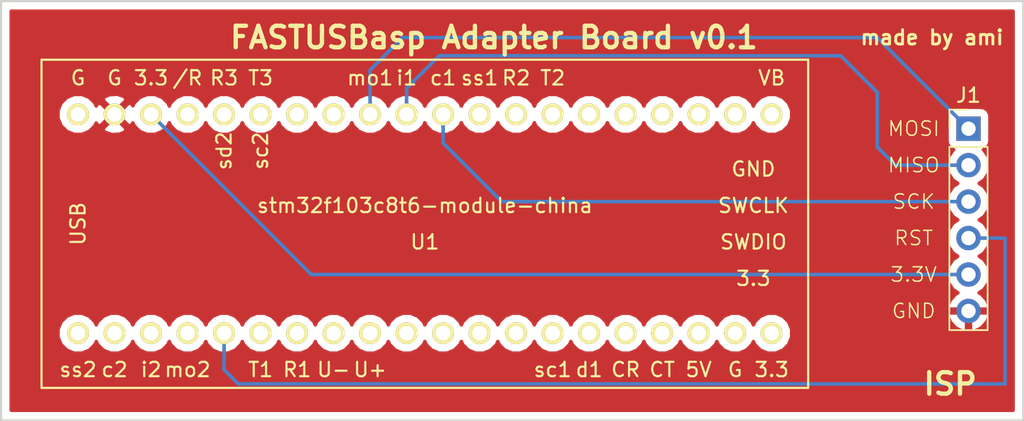
<source format=kicad_pcb>
(kicad_pcb (version 4) (host pcbnew 4.0.6)

  (general
    (links 6)
    (no_connects 0)
    (area 153.594999 102.794999 226.013334 132.155001)
    (thickness 1.6)
    (drawings 13)
    (tracks 25)
    (zones 0)
    (modules 2)
    (nets 41)
  )

  (page A4)
  (title_block
    (title "FASTUSBasp Adapter Board")
    (date 2017-04-16)
    (rev 0.1)
    (company "Amitesh Singh")
  )

  (layers
    (0 F.Cu signal)
    (31 B.Cu signal)
    (32 B.Adhes user)
    (33 F.Adhes user)
    (34 B.Paste user)
    (35 F.Paste user)
    (36 B.SilkS user)
    (37 F.SilkS user)
    (38 B.Mask user)
    (39 F.Mask user)
    (40 Dwgs.User user)
    (41 Cmts.User user)
    (42 Eco1.User user)
    (43 Eco2.User user)
    (44 Edge.Cuts user)
    (45 Margin user)
    (46 B.CrtYd user)
    (47 F.CrtYd user)
    (48 B.Fab user)
    (49 F.Fab user)
  )

  (setup
    (last_trace_width 0.25)
    (trace_clearance 0.2)
    (zone_clearance 0.508)
    (zone_45_only no)
    (trace_min 0.2)
    (segment_width 0.2)
    (edge_width 0.15)
    (via_size 0.6)
    (via_drill 0.4)
    (via_min_size 0.4)
    (via_min_drill 0.3)
    (uvia_size 0.3)
    (uvia_drill 0.1)
    (uvias_allowed no)
    (uvia_min_size 0.2)
    (uvia_min_drill 0.1)
    (pcb_text_width 0.3)
    (pcb_text_size 1.5 1.5)
    (mod_edge_width 0.15)
    (mod_text_size 1 1)
    (mod_text_width 0.15)
    (pad_size 1.524 1.524)
    (pad_drill 0.762)
    (pad_to_mask_clearance 0.2)
    (aux_axis_origin 0 0)
    (visible_elements FFFFFF7F)
    (pcbplotparams
      (layerselection 0x010f0_80000001)
      (usegerberextensions true)
      (excludeedgelayer true)
      (linewidth 0.100000)
      (plotframeref false)
      (viasonmask false)
      (mode 1)
      (useauxorigin false)
      (hpglpennumber 1)
      (hpglpenspeed 20)
      (hpglpendiameter 15)
      (hpglpenoverlay 2)
      (psnegative false)
      (psa4output false)
      (plotreference true)
      (plotvalue true)
      (plotinvisibletext false)
      (padsonsilk false)
      (subtractmaskfromsilk false)
      (outputformat 1)
      (mirror false)
      (drillshape 0)
      (scaleselection 1)
      (outputdirectory /home/ami/repos/FASTUSBasp/kicad/gerber/))
  )

  (net 0 "")
  (net 1 "Net-(U1-Pad1)")
  (net 2 "Net-(U1-Pad2)")
  (net 3 "Net-(U1-Pad3)")
  (net 4 "Net-(U1-Pad4)")
  (net 5 "Net-(U1-Pad6)")
  (net 6 "Net-(U1-Pad7)")
  (net 7 "Net-(U1-Pad8)")
  (net 8 "Net-(U1-Pad9)")
  (net 9 "Net-(U1-Pad10)")
  (net 10 "Net-(U1-Pad11)")
  (net 11 "Net-(U1-Pad12)")
  (net 12 "Net-(U1-Pad13)")
  (net 13 "Net-(U1-Pad14)")
  (net 14 "Net-(U1-Pad15)")
  (net 15 "Net-(U1-Pad16)")
  (net 16 "Net-(U1-Pad17)")
  (net 17 "Net-(U1-Pad18)")
  (net 18 "Net-(U1-Pad19)")
  (net 19 "Net-(U1-Pad20)")
  (net 20 "Net-(U1-Pad21)")
  (net 21 "Net-(U1-Pad22)")
  (net 22 "Net-(U1-Pad23)")
  (net 23 "Net-(U1-Pad24)")
  (net 24 "Net-(U1-Pad25)")
  (net 25 "Net-(U1-Pad26)")
  (net 26 "Net-(U1-Pad27)")
  (net 27 "Net-(U1-Pad28)")
  (net 28 "Net-(U1-Pad29)")
  (net 29 "Net-(U1-Pad33)")
  (net 30 "Net-(U1-Pad34)")
  (net 31 "Net-(U1-Pad35)")
  (net 32 "Net-(U1-Pad36)")
  (net 33 "Net-(U1-Pad37)")
  (net 34 "Net-(U1-Pad40)")
  (net 35 /MOSI)
  (net 36 /MISO)
  (net 37 /SCK)
  (net 38 /RST)
  (net 39 /Vcc_3.3v)
  (net 40 /GND)

  (net_class Default "This is the default net class."
    (clearance 0.2)
    (trace_width 0.25)
    (via_dia 0.6)
    (via_drill 0.4)
    (uvia_dia 0.3)
    (uvia_drill 0.1)
    (add_net /GND)
    (add_net /MISO)
    (add_net /MOSI)
    (add_net /RST)
    (add_net /SCK)
    (add_net /Vcc_3.3v)
    (add_net "Net-(U1-Pad1)")
    (add_net "Net-(U1-Pad10)")
    (add_net "Net-(U1-Pad11)")
    (add_net "Net-(U1-Pad12)")
    (add_net "Net-(U1-Pad13)")
    (add_net "Net-(U1-Pad14)")
    (add_net "Net-(U1-Pad15)")
    (add_net "Net-(U1-Pad16)")
    (add_net "Net-(U1-Pad17)")
    (add_net "Net-(U1-Pad18)")
    (add_net "Net-(U1-Pad19)")
    (add_net "Net-(U1-Pad2)")
    (add_net "Net-(U1-Pad20)")
    (add_net "Net-(U1-Pad21)")
    (add_net "Net-(U1-Pad22)")
    (add_net "Net-(U1-Pad23)")
    (add_net "Net-(U1-Pad24)")
    (add_net "Net-(U1-Pad25)")
    (add_net "Net-(U1-Pad26)")
    (add_net "Net-(U1-Pad27)")
    (add_net "Net-(U1-Pad28)")
    (add_net "Net-(U1-Pad29)")
    (add_net "Net-(U1-Pad3)")
    (add_net "Net-(U1-Pad33)")
    (add_net "Net-(U1-Pad34)")
    (add_net "Net-(U1-Pad35)")
    (add_net "Net-(U1-Pad36)")
    (add_net "Net-(U1-Pad37)")
    (add_net "Net-(U1-Pad4)")
    (add_net "Net-(U1-Pad40)")
    (add_net "Net-(U1-Pad6)")
    (add_net "Net-(U1-Pad7)")
    (add_net "Net-(U1-Pad8)")
    (add_net "Net-(U1-Pad9)")
  )

  (module myelin-kicad:stm32f103c8t6-module-china (layer F.Cu) (tedit 5712CDA9) (tstamp 58F350DD)
    (at 183.155001 118.385001)
    (path /58F3343D)
    (fp_text reference U1 (at 0 1.27) (layer F.SilkS)
      (effects (font (size 1 1) (thickness 0.15)))
    )
    (fp_text value stm32f103c8t6-module-china (at 0 -1.27) (layer F.SilkS)
      (effects (font (size 1 1) (thickness 0.15)))
    )
    (fp_text user sc2 (at -11.43 -5.08 90) (layer F.SilkS)
      (effects (font (size 1 1) (thickness 0.15)))
    )
    (fp_text user sd2 (at -13.97 -5.08 90) (layer F.SilkS)
      (effects (font (size 1 1) (thickness 0.15)))
    )
    (fp_text user mo2 (at -16.51 10.16) (layer F.SilkS)
      (effects (font (size 1 1) (thickness 0.15)))
    )
    (fp_text user i2 (at -19.05 10.16) (layer F.SilkS)
      (effects (font (size 1 1) (thickness 0.15)))
    )
    (fp_text user c2 (at -21.59 10.16) (layer F.SilkS)
      (effects (font (size 1 1) (thickness 0.15)))
    )
    (fp_text user ss2 (at -24.13 10.16) (layer F.SilkS)
      (effects (font (size 1 1) (thickness 0.15)))
    )
    (fp_text user d1 (at 11.43 10.16) (layer F.SilkS)
      (effects (font (size 1 1) (thickness 0.15)))
    )
    (fp_text user sc1 (at 8.89 10.16) (layer F.SilkS)
      (effects (font (size 1 1) (thickness 0.15)))
    )
    (fp_text user T2 (at 8.89 -10.16) (layer F.SilkS)
      (effects (font (size 1 1) (thickness 0.15)))
    )
    (fp_text user R2 (at 6.35 -10.16) (layer F.SilkS)
      (effects (font (size 1 1) (thickness 0.15)))
    )
    (fp_text user ss1 (at 3.81 -10.16) (layer F.SilkS)
      (effects (font (size 1 1) (thickness 0.15)))
    )
    (fp_text user c1 (at 1.27 -10.16) (layer F.SilkS)
      (effects (font (size 1 1) (thickness 0.15)))
    )
    (fp_text user i1 (at -1.27 -10.16) (layer F.SilkS)
      (effects (font (size 1 1) (thickness 0.15)))
    )
    (fp_text user mo1 (at -3.81 -10.16) (layer F.SilkS)
      (effects (font (size 1 1) (thickness 0.15)))
    )
    (fp_text user T3 (at -11.43 -10.16) (layer F.SilkS)
      (effects (font (size 1 1) (thickness 0.15)))
    )
    (fp_text user R3 (at -13.97 -10.16) (layer F.SilkS)
      (effects (font (size 1 1) (thickness 0.15)))
    )
    (fp_text user CT (at 16.51 10.16) (layer F.SilkS)
      (effects (font (size 1 1) (thickness 0.15)))
    )
    (fp_text user CR (at 13.97 10.16) (layer F.SilkS)
      (effects (font (size 1 1) (thickness 0.15)))
    )
    (fp_text user U+ (at -3.81 10.16) (layer F.SilkS)
      (effects (font (size 1 1) (thickness 0.15)))
    )
    (fp_text user U- (at -6.35 10.16) (layer F.SilkS)
      (effects (font (size 1 1) (thickness 0.15)))
    )
    (fp_text user R1 (at -8.89 10.16) (layer F.SilkS)
      (effects (font (size 1 1) (thickness 0.15)))
    )
    (fp_text user T1 (at -11.43 10.16) (layer F.SilkS)
      (effects (font (size 1 1) (thickness 0.15)))
    )
    (fp_text user 3.3 (at 22.86 3.81) (layer F.SilkS)
      (effects (font (size 1 1) (thickness 0.15)))
    )
    (fp_text user SWDIO (at 22.86 1.27) (layer F.SilkS)
      (effects (font (size 1 1) (thickness 0.15)))
    )
    (fp_text user SWCLK (at 22.86 -1.27) (layer F.SilkS)
      (effects (font (size 1 1) (thickness 0.15)))
    )
    (fp_text user GND (at 22.86 -3.81) (layer F.SilkS)
      (effects (font (size 1 1) (thickness 0.15)))
    )
    (fp_text user 3.3 (at 24.13 10.16) (layer F.SilkS)
      (effects (font (size 1 1) (thickness 0.15)))
    )
    (fp_text user G (at 21.59 10.16) (layer F.SilkS)
      (effects (font (size 1 1) (thickness 0.15)))
    )
    (fp_text user /R (at -16.51 -10.16) (layer F.SilkS)
      (effects (font (size 1 1) (thickness 0.15)))
    )
    (fp_text user 3.3 (at -19.05 -10.16) (layer F.SilkS)
      (effects (font (size 1 1) (thickness 0.15)))
    )
    (fp_text user G (at -21.59 -10.16) (layer F.SilkS)
      (effects (font (size 1 1) (thickness 0.15)))
    )
    (fp_text user G (at -24.13 -10.16) (layer F.SilkS)
      (effects (font (size 1 1) (thickness 0.15)))
    )
    (fp_text user VB (at 24.13 -10.16) (layer F.SilkS)
      (effects (font (size 1 1) (thickness 0.15)))
    )
    (fp_text user 5V (at 19.05 10.16) (layer F.SilkS)
      (effects (font (size 1 1) (thickness 0.15)))
    )
    (fp_text user USB (at -24.13 0 90) (layer F.SilkS)
      (effects (font (size 1 1) (thickness 0.15)))
    )
    (fp_line (start -26.67 11.43) (end 26.67 11.43) (layer F.SilkS) (width 0.15))
    (fp_line (start 26.67 -11.43) (end -26.67 -11.43) (layer F.SilkS) (width 0.15))
    (fp_line (start 26.67 11.43) (end 26.67 -11.43) (layer F.SilkS) (width 0.15))
    (fp_line (start -26.67 -11.43) (end -26.67 11.43) (layer F.SilkS) (width 0.15))
    (pad 1 thru_hole circle (at -24.13 7.62) (size 1.524 1.524) (drill 1.016) (layers *.Cu *.Mask F.SilkS)
      (net 1 "Net-(U1-Pad1)"))
    (pad 2 thru_hole circle (at -21.59 7.62) (size 1.524 1.524) (drill 1.016) (layers *.Cu *.Mask F.SilkS)
      (net 2 "Net-(U1-Pad2)"))
    (pad 3 thru_hole circle (at -19.05 7.62) (size 1.524 1.524) (drill 1.016) (layers *.Cu *.Mask F.SilkS)
      (net 3 "Net-(U1-Pad3)"))
    (pad 4 thru_hole circle (at -16.51 7.62) (size 1.524 1.524) (drill 1.016) (layers *.Cu *.Mask F.SilkS)
      (net 4 "Net-(U1-Pad4)"))
    (pad 5 thru_hole circle (at -13.97 7.62) (size 1.524 1.524) (drill 1.016) (layers *.Cu *.Mask F.SilkS)
      (net 38 /RST))
    (pad 6 thru_hole circle (at -11.43 7.62) (size 1.524 1.524) (drill 1.016) (layers *.Cu *.Mask F.SilkS)
      (net 5 "Net-(U1-Pad6)"))
    (pad 7 thru_hole circle (at -8.89 7.62) (size 1.524 1.524) (drill 1.016) (layers *.Cu *.Mask F.SilkS)
      (net 6 "Net-(U1-Pad7)"))
    (pad 8 thru_hole circle (at -6.35 7.62) (size 1.524 1.524) (drill 1.016) (layers *.Cu *.Mask F.SilkS)
      (net 7 "Net-(U1-Pad8)"))
    (pad 9 thru_hole circle (at -3.81 7.62) (size 1.524 1.524) (drill 1.016) (layers *.Cu *.Mask F.SilkS)
      (net 8 "Net-(U1-Pad9)"))
    (pad 10 thru_hole circle (at -1.27 7.62) (size 1.524 1.524) (drill 1.016) (layers *.Cu *.Mask F.SilkS)
      (net 9 "Net-(U1-Pad10)"))
    (pad 11 thru_hole circle (at 1.27 7.62) (size 1.524 1.524) (drill 1.016) (layers *.Cu *.Mask F.SilkS)
      (net 10 "Net-(U1-Pad11)"))
    (pad 12 thru_hole circle (at 3.81 7.62) (size 1.524 1.524) (drill 1.016) (layers *.Cu *.Mask F.SilkS)
      (net 11 "Net-(U1-Pad12)"))
    (pad 13 thru_hole circle (at 6.35 7.62) (size 1.524 1.524) (drill 1.016) (layers *.Cu *.Mask F.SilkS)
      (net 12 "Net-(U1-Pad13)"))
    (pad 14 thru_hole circle (at 8.89 7.62) (size 1.524 1.524) (drill 1.016) (layers *.Cu *.Mask F.SilkS)
      (net 13 "Net-(U1-Pad14)"))
    (pad 15 thru_hole circle (at 11.43 7.62) (size 1.524 1.524) (drill 1.016) (layers *.Cu *.Mask F.SilkS)
      (net 14 "Net-(U1-Pad15)"))
    (pad 16 thru_hole circle (at 13.97 7.62) (size 1.524 1.524) (drill 1.016) (layers *.Cu *.Mask F.SilkS)
      (net 15 "Net-(U1-Pad16)"))
    (pad 17 thru_hole circle (at 16.51 7.62) (size 1.524 1.524) (drill 1.016) (layers *.Cu *.Mask F.SilkS)
      (net 16 "Net-(U1-Pad17)"))
    (pad 18 thru_hole circle (at 19.05 7.62) (size 1.524 1.524) (drill 1.016) (layers *.Cu *.Mask F.SilkS)
      (net 17 "Net-(U1-Pad18)"))
    (pad 19 thru_hole circle (at 21.59 7.62) (size 1.524 1.524) (drill 1.016) (layers *.Cu *.Mask F.SilkS)
      (net 18 "Net-(U1-Pad19)"))
    (pad 20 thru_hole circle (at 24.13 7.62) (size 1.524 1.524) (drill 1.016) (layers *.Cu *.Mask F.SilkS)
      (net 19 "Net-(U1-Pad20)"))
    (pad 21 thru_hole circle (at 24.13 -7.62) (size 1.524 1.524) (drill 1.016) (layers *.Cu *.Mask F.SilkS)
      (net 20 "Net-(U1-Pad21)"))
    (pad 22 thru_hole circle (at 21.59 -7.62) (size 1.524 1.524) (drill 1.016) (layers *.Cu *.Mask F.SilkS)
      (net 21 "Net-(U1-Pad22)"))
    (pad 23 thru_hole circle (at 19.05 -7.62) (size 1.524 1.524) (drill 1.016) (layers *.Cu *.Mask F.SilkS)
      (net 22 "Net-(U1-Pad23)"))
    (pad 24 thru_hole circle (at 16.51 -7.62) (size 1.524 1.524) (drill 1.016) (layers *.Cu *.Mask F.SilkS)
      (net 23 "Net-(U1-Pad24)"))
    (pad 25 thru_hole circle (at 13.97 -7.62) (size 1.524 1.524) (drill 1.016) (layers *.Cu *.Mask F.SilkS)
      (net 24 "Net-(U1-Pad25)"))
    (pad 26 thru_hole circle (at 11.43 -7.62) (size 1.524 1.524) (drill 1.016) (layers *.Cu *.Mask F.SilkS)
      (net 25 "Net-(U1-Pad26)"))
    (pad 27 thru_hole circle (at 8.89 -7.62) (size 1.524 1.524) (drill 1.016) (layers *.Cu *.Mask F.SilkS)
      (net 26 "Net-(U1-Pad27)"))
    (pad 28 thru_hole circle (at 6.35 -7.62) (size 1.524 1.524) (drill 1.016) (layers *.Cu *.Mask F.SilkS)
      (net 27 "Net-(U1-Pad28)"))
    (pad 29 thru_hole circle (at 3.81 -7.62) (size 1.524 1.524) (drill 1.016) (layers *.Cu *.Mask F.SilkS)
      (net 28 "Net-(U1-Pad29)"))
    (pad 30 thru_hole circle (at 1.27 -7.62) (size 1.524 1.524) (drill 1.016) (layers *.Cu *.Mask F.SilkS)
      (net 37 /SCK))
    (pad 31 thru_hole circle (at -1.27 -7.62) (size 1.524 1.524) (drill 1.016) (layers *.Cu *.Mask F.SilkS)
      (net 36 /MISO))
    (pad 32 thru_hole circle (at -3.81 -7.62) (size 1.524 1.524) (drill 1.016) (layers *.Cu *.Mask F.SilkS)
      (net 35 /MOSI))
    (pad 33 thru_hole circle (at -6.35 -7.62) (size 1.524 1.524) (drill 1.016) (layers *.Cu *.Mask F.SilkS)
      (net 29 "Net-(U1-Pad33)"))
    (pad 34 thru_hole circle (at -8.89 -7.62) (size 1.524 1.524) (drill 1.016) (layers *.Cu *.Mask F.SilkS)
      (net 30 "Net-(U1-Pad34)"))
    (pad 35 thru_hole circle (at -11.43 -7.62) (size 1.524 1.524) (drill 1.016) (layers *.Cu *.Mask F.SilkS)
      (net 31 "Net-(U1-Pad35)"))
    (pad 36 thru_hole circle (at -13.97 -7.62) (size 1.524 1.524) (drill 1.016) (layers *.Cu *.Mask F.SilkS)
      (net 32 "Net-(U1-Pad36)"))
    (pad 37 thru_hole circle (at -16.51 -7.62) (size 1.524 1.524) (drill 1.016) (layers *.Cu *.Mask F.SilkS)
      (net 33 "Net-(U1-Pad37)"))
    (pad 38 thru_hole circle (at -19.05 -7.62) (size 1.524 1.524) (drill 1.016) (layers *.Cu *.Mask F.SilkS)
      (net 39 /Vcc_3.3v))
    (pad 39 thru_hole circle (at -21.59 -7.62) (size 1.524 1.524) (drill 1.016) (layers *.Cu *.Mask F.SilkS)
      (net 40 /GND))
    (pad 40 thru_hole circle (at -24.13 -7.62) (size 1.524 1.524) (drill 1.016) (layers *.Cu *.Mask F.SilkS)
      (net 34 "Net-(U1-Pad40)"))
  )

  (module Pin_Headers:Pin_Header_Straight_1x06_Pitch2.54mm (layer F.Cu) (tedit 58F3541D) (tstamp 58F3508A)
    (at 220.98 111.76)
    (descr "Through hole straight pin header, 1x06, 2.54mm pitch, single row")
    (tags "Through hole pin header THT 1x06 2.54mm single row")
    (path /58F33714)
    (fp_text reference J1 (at 0 -2.33) (layer F.SilkS)
      (effects (font (size 1 1) (thickness 0.15)))
    )
    (fp_text value CONN_01X06 (at 0 15.03) (layer F.Fab) hide
      (effects (font (size 1 1) (thickness 0.15)))
    )
    (fp_line (start -1.27 -1.27) (end -1.27 13.97) (layer F.Fab) (width 0.1))
    (fp_line (start -1.27 13.97) (end 1.27 13.97) (layer F.Fab) (width 0.1))
    (fp_line (start 1.27 13.97) (end 1.27 -1.27) (layer F.Fab) (width 0.1))
    (fp_line (start 1.27 -1.27) (end -1.27 -1.27) (layer F.Fab) (width 0.1))
    (fp_line (start -1.33 1.27) (end -1.33 14.03) (layer F.SilkS) (width 0.12))
    (fp_line (start -1.33 14.03) (end 1.33 14.03) (layer F.SilkS) (width 0.12))
    (fp_line (start 1.33 14.03) (end 1.33 1.27) (layer F.SilkS) (width 0.12))
    (fp_line (start 1.33 1.27) (end -1.33 1.27) (layer F.SilkS) (width 0.12))
    (fp_line (start -1.33 0) (end -1.33 -1.33) (layer F.SilkS) (width 0.12))
    (fp_line (start -1.33 -1.33) (end 0 -1.33) (layer F.SilkS) (width 0.12))
    (fp_line (start -1.8 -1.8) (end -1.8 14.5) (layer F.CrtYd) (width 0.05))
    (fp_line (start -1.8 14.5) (end 1.8 14.5) (layer F.CrtYd) (width 0.05))
    (fp_line (start 1.8 14.5) (end 1.8 -1.8) (layer F.CrtYd) (width 0.05))
    (fp_line (start 1.8 -1.8) (end -1.8 -1.8) (layer F.CrtYd) (width 0.05))
    (fp_text user %R (at 0 -2.33) (layer F.Fab)
      (effects (font (size 1 1) (thickness 0.15)))
    )
    (pad 1 thru_hole rect (at 0 0) (size 1.7 1.7) (drill 1) (layers *.Cu *.Mask)
      (net 35 /MOSI))
    (pad 2 thru_hole oval (at 0 2.54) (size 1.7 1.7) (drill 1) (layers *.Cu *.Mask)
      (net 36 /MISO))
    (pad 3 thru_hole oval (at 0 5.08) (size 1.7 1.7) (drill 1) (layers *.Cu *.Mask)
      (net 37 /SCK))
    (pad 4 thru_hole oval (at 0 7.62) (size 1.7 1.7) (drill 1) (layers *.Cu *.Mask)
      (net 38 /RST))
    (pad 5 thru_hole oval (at 0 10.16) (size 1.7 1.7) (drill 1) (layers *.Cu *.Mask)
      (net 39 /Vcc_3.3v))
    (pad 6 thru_hole oval (at 0 12.7) (size 1.7 1.7) (drill 1) (layers *.Cu *.Mask)
      (net 40 /GND))
    (model ${KISYS3DMOD}/Pin_Headers.3dshapes/Pin_Header_Straight_1x06_Pitch2.54mm.wrl
      (at (xyz 0 -0.25 0))
      (scale (xyz 1 1 1))
      (rotate (xyz 0 0 90))
    )
  )

  (gr_text "made by ami" (at 218.44 105.41) (layer F.SilkS)
    (effects (font (size 1 1) (thickness 0.2)))
  )
  (gr_text "FASTUSBasp Adapter Board v0.1" (at 187.96 105.41) (layer F.SilkS)
    (effects (font (size 1.5 1.5) (thickness 0.3)))
  )
  (gr_text GND (at 217.17 124.46) (layer F.SilkS)
    (effects (font (size 1 1) (thickness 0.1)))
  )
  (gr_text 3.3V (at 217.17 121.92) (layer F.SilkS)
    (effects (font (size 1 1) (thickness 0.1)))
  )
  (gr_text RST (at 217.17 119.38) (layer F.SilkS)
    (effects (font (size 1 1) (thickness 0.1)))
  )
  (gr_text SCK (at 217.17 116.84) (layer F.SilkS)
    (effects (font (size 1 1) (thickness 0.1)))
  )
  (gr_text MISO (at 217.17 114.3) (layer F.SilkS)
    (effects (font (size 1 1) (thickness 0.1)))
  )
  (gr_text MOSI (at 217.17 111.76) (layer F.SilkS)
    (effects (font (size 1 1) (thickness 0.1)))
  )
  (gr_text ISP (at 219.71 129.54) (layer F.SilkS)
    (effects (font (size 1.5 1.5) (thickness 0.3)))
  )
  (gr_line (start 153.67 132.08) (end 153.67 102.87) (angle 90) (layer Edge.Cuts) (width 0.15))
  (gr_line (start 224.79 132.08) (end 153.67 132.08) (angle 90) (layer Edge.Cuts) (width 0.15))
  (gr_line (start 224.79 102.87) (end 224.79 132.08) (angle 90) (layer Edge.Cuts) (width 0.15))
  (gr_line (start 153.67 102.87) (end 224.79 102.87) (angle 90) (layer Edge.Cuts) (width 0.15))

  (segment (start 179.345001 110.765001) (end 179.345001 107.674999) (width 0.25) (layer B.Cu) (net 35))
  (segment (start 214.63 105.41) (end 220.98 111.76) (width 0.25) (layer B.Cu) (net 35) (tstamp 58F35678))
  (segment (start 181.61 105.41) (end 214.63 105.41) (width 0.25) (layer B.Cu) (net 35) (tstamp 58F3566A))
  (segment (start 179.345001 107.674999) (end 181.61 105.41) (width 0.25) (layer B.Cu) (net 35) (tstamp 58F35656))
  (segment (start 179.07 110.49) (end 179.345001 110.765001) (width 0.25) (layer F.Cu) (net 35) (tstamp 58F3518A) (status 80000))
  (segment (start 181.885001 110.765001) (end 181.885001 108.944999) (width 0.25) (layer B.Cu) (net 36))
  (segment (start 215.9 114.3) (end 220.98 114.3) (width 0.25) (layer B.Cu) (net 36) (tstamp 58F356A7))
  (segment (start 214.63 113.03) (end 215.9 114.3) (width 0.25) (layer B.Cu) (net 36) (tstamp 58F356A5))
  (segment (start 214.63 109.22) (end 214.63 113.03) (width 0.25) (layer B.Cu) (net 36) (tstamp 58F3569E))
  (segment (start 212.09 106.68) (end 214.63 109.22) (width 0.25) (layer B.Cu) (net 36) (tstamp 58F3569C))
  (segment (start 184.15 106.68) (end 212.09 106.68) (width 0.25) (layer B.Cu) (net 36) (tstamp 58F35695))
  (segment (start 181.885001 108.944999) (end 184.15 106.68) (width 0.25) (layer B.Cu) (net 36) (tstamp 58F3568F))
  (segment (start 184.425001 110.765001) (end 184.425001 112.754999) (width 0.25) (layer B.Cu) (net 37))
  (segment (start 188.510002 116.84) (end 220.98 116.84) (width 0.25) (layer B.Cu) (net 37) (tstamp 58F356CA))
  (segment (start 184.425001 112.754999) (end 188.510002 116.84) (width 0.25) (layer B.Cu) (net 37) (tstamp 58F356C5))
  (segment (start 169.185001 126.005001) (end 169.185001 128.545001) (width 0.25) (layer B.Cu) (net 38))
  (segment (start 223.52 119.38) (end 220.98 119.38) (width 0.25) (layer B.Cu) (net 38) (tstamp 58F3570C))
  (segment (start 223.52 129.54) (end 223.52 119.38) (width 0.25) (layer B.Cu) (net 38) (tstamp 58F35708))
  (segment (start 170.18 129.54) (end 223.52 129.54) (width 0.25) (layer B.Cu) (net 38) (tstamp 58F356FD))
  (segment (start 169.185001 128.545001) (end 170.18 129.54) (width 0.25) (layer B.Cu) (net 38) (tstamp 58F356F6))
  (segment (start 168.91 125.73) (end 169.185001 126.005001) (width 0.25) (layer B.Cu) (net 38) (tstamp 58F35189) (status 80000))
  (segment (start 220.98 121.92) (end 175.26 121.92) (width 0.25) (layer B.Cu) (net 39))
  (segment (start 175.26 121.92) (end 164.105001 110.765001) (width 0.25) (layer B.Cu) (net 39) (tstamp 58F35783))
  (segment (start 164.105001 110.765001) (end 163.83 110.49) (width 0.25) (layer B.Cu) (net 39) (status 80000))
  (segment (start 161.29 110.49) (end 161.565001 110.765001) (width 0.25) (layer B.Cu) (net 40) (tstamp 58F35188) (status 80000))

  (zone (net 40) (net_name /GND) (layer F.Cu) (tstamp 58F352FF) (hatch edge 0.508)
    (connect_pads (clearance 0.508))
    (min_thickness 0.254)
    (fill yes (arc_segments 16) (thermal_gap 0.508) (thermal_bridge_width 0.508))
    (polygon
      (pts
        (xy 224.79 102.87) (xy 224.79 132.08) (xy 153.67 132.08) (xy 153.67 102.87)
      )
    )
    (filled_polygon
      (pts
        (xy 224.08 131.37) (xy 154.38 131.37) (xy 154.38 126.281662) (xy 157.627759 126.281662) (xy 157.839991 126.795304)
        (xy 158.232631 127.18863) (xy 158.745901 127.401758) (xy 159.301662 127.402243) (xy 159.815304 127.190011) (xy 160.20863 126.797371)
        (xy 160.29495 126.589489) (xy 160.379991 126.795304) (xy 160.772631 127.18863) (xy 161.285901 127.401758) (xy 161.841662 127.402243)
        (xy 162.355304 127.190011) (xy 162.74863 126.797371) (xy 162.83495 126.589489) (xy 162.919991 126.795304) (xy 163.312631 127.18863)
        (xy 163.825901 127.401758) (xy 164.381662 127.402243) (xy 164.895304 127.190011) (xy 165.28863 126.797371) (xy 165.37495 126.589489)
        (xy 165.459991 126.795304) (xy 165.852631 127.18863) (xy 166.365901 127.401758) (xy 166.921662 127.402243) (xy 167.435304 127.190011)
        (xy 167.82863 126.797371) (xy 167.91495 126.589489) (xy 167.999991 126.795304) (xy 168.392631 127.18863) (xy 168.905901 127.401758)
        (xy 169.461662 127.402243) (xy 169.975304 127.190011) (xy 170.36863 126.797371) (xy 170.45495 126.589489) (xy 170.539991 126.795304)
        (xy 170.932631 127.18863) (xy 171.445901 127.401758) (xy 172.001662 127.402243) (xy 172.515304 127.190011) (xy 172.90863 126.797371)
        (xy 172.99495 126.589489) (xy 173.079991 126.795304) (xy 173.472631 127.18863) (xy 173.985901 127.401758) (xy 174.541662 127.402243)
        (xy 175.055304 127.190011) (xy 175.44863 126.797371) (xy 175.53495 126.589489) (xy 175.619991 126.795304) (xy 176.012631 127.18863)
        (xy 176.525901 127.401758) (xy 177.081662 127.402243) (xy 177.595304 127.190011) (xy 177.98863 126.797371) (xy 178.07495 126.589489)
        (xy 178.159991 126.795304) (xy 178.552631 127.18863) (xy 179.065901 127.401758) (xy 179.621662 127.402243) (xy 180.135304 127.190011)
        (xy 180.52863 126.797371) (xy 180.61495 126.589489) (xy 180.699991 126.795304) (xy 181.092631 127.18863) (xy 181.605901 127.401758)
        (xy 182.161662 127.402243) (xy 182.675304 127.190011) (xy 183.06863 126.797371) (xy 183.15495 126.589489) (xy 183.239991 126.795304)
        (xy 183.632631 127.18863) (xy 184.145901 127.401758) (xy 184.701662 127.402243) (xy 185.215304 127.190011) (xy 185.60863 126.797371)
        (xy 185.69495 126.589489) (xy 185.779991 126.795304) (xy 186.172631 127.18863) (xy 186.685901 127.401758) (xy 187.241662 127.402243)
        (xy 187.755304 127.190011) (xy 188.14863 126.797371) (xy 188.23495 126.589489) (xy 188.319991 126.795304) (xy 188.712631 127.18863)
        (xy 189.225901 127.401758) (xy 189.781662 127.402243) (xy 190.295304 127.190011) (xy 190.68863 126.797371) (xy 190.77495 126.589489)
        (xy 190.859991 126.795304) (xy 191.252631 127.18863) (xy 191.765901 127.401758) (xy 192.321662 127.402243) (xy 192.835304 127.190011)
        (xy 193.22863 126.797371) (xy 193.31495 126.589489) (xy 193.399991 126.795304) (xy 193.792631 127.18863) (xy 194.305901 127.401758)
        (xy 194.861662 127.402243) (xy 195.375304 127.190011) (xy 195.76863 126.797371) (xy 195.85495 126.589489) (xy 195.939991 126.795304)
        (xy 196.332631 127.18863) (xy 196.845901 127.401758) (xy 197.401662 127.402243) (xy 197.915304 127.190011) (xy 198.30863 126.797371)
        (xy 198.39495 126.589489) (xy 198.479991 126.795304) (xy 198.872631 127.18863) (xy 199.385901 127.401758) (xy 199.941662 127.402243)
        (xy 200.455304 127.190011) (xy 200.84863 126.797371) (xy 200.93495 126.589489) (xy 201.019991 126.795304) (xy 201.412631 127.18863)
        (xy 201.925901 127.401758) (xy 202.481662 127.402243) (xy 202.995304 127.190011) (xy 203.38863 126.797371) (xy 203.47495 126.589489)
        (xy 203.559991 126.795304) (xy 203.952631 127.18863) (xy 204.465901 127.401758) (xy 205.021662 127.402243) (xy 205.535304 127.190011)
        (xy 205.92863 126.797371) (xy 206.01495 126.589489) (xy 206.099991 126.795304) (xy 206.492631 127.18863) (xy 207.005901 127.401758)
        (xy 207.561662 127.402243) (xy 208.075304 127.190011) (xy 208.46863 126.797371) (xy 208.681758 126.284101) (xy 208.682243 125.72834)
        (xy 208.470011 125.214698) (xy 208.077371 124.821372) (xy 208.066578 124.81689) (xy 219.538524 124.81689) (xy 219.708355 125.226924)
        (xy 220.098642 125.655183) (xy 220.623108 125.901486) (xy 220.853 125.780819) (xy 220.853 124.587) (xy 221.107 124.587)
        (xy 221.107 125.780819) (xy 221.336892 125.901486) (xy 221.861358 125.655183) (xy 222.251645 125.226924) (xy 222.421476 124.81689)
        (xy 222.300155 124.587) (xy 221.107 124.587) (xy 220.853 124.587) (xy 219.659845 124.587) (xy 219.538524 124.81689)
        (xy 208.066578 124.81689) (xy 207.564101 124.608244) (xy 207.00834 124.607759) (xy 206.494698 124.819991) (xy 206.101372 125.212631)
        (xy 206.015052 125.420513) (xy 205.930011 125.214698) (xy 205.537371 124.821372) (xy 205.024101 124.608244) (xy 204.46834 124.607759)
        (xy 203.954698 124.819991) (xy 203.561372 125.212631) (xy 203.475052 125.420513) (xy 203.390011 125.214698) (xy 202.997371 124.821372)
        (xy 202.484101 124.608244) (xy 201.92834 124.607759) (xy 201.414698 124.819991) (xy 201.021372 125.212631) (xy 200.935052 125.420513)
        (xy 200.850011 125.214698) (xy 200.457371 124.821372) (xy 199.944101 124.608244) (xy 199.38834 124.607759) (xy 198.874698 124.819991)
        (xy 198.481372 125.212631) (xy 198.395052 125.420513) (xy 198.310011 125.214698) (xy 197.917371 124.821372) (xy 197.404101 124.608244)
        (xy 196.84834 124.607759) (xy 196.334698 124.819991) (xy 195.941372 125.212631) (xy 195.855052 125.420513) (xy 195.770011 125.214698)
        (xy 195.377371 124.821372) (xy 194.864101 124.608244) (xy 194.30834 124.607759) (xy 193.794698 124.819991) (xy 193.401372 125.212631)
        (xy 193.315052 125.420513) (xy 193.230011 125.214698) (xy 192.837371 124.821372) (xy 192.324101 124.608244) (xy 191.76834 124.607759)
        (xy 191.254698 124.819991) (xy 190.861372 125.212631) (xy 190.775052 125.420513) (xy 190.690011 125.214698) (xy 190.297371 124.821372)
        (xy 189.784101 124.608244) (xy 189.22834 124.607759) (xy 188.714698 124.819991) (xy 188.321372 125.212631) (xy 188.235052 125.420513)
        (xy 188.150011 125.214698) (xy 187.757371 124.821372) (xy 187.244101 124.608244) (xy 186.68834 124.607759) (xy 186.174698 124.819991)
        (xy 185.781372 125.212631) (xy 185.695052 125.420513) (xy 185.610011 125.214698) (xy 185.217371 124.821372) (xy 184.704101 124.608244)
        (xy 184.14834 124.607759) (xy 183.634698 124.819991) (xy 183.241372 125.212631) (xy 183.155052 125.420513) (xy 183.070011 125.214698)
        (xy 182.677371 124.821372) (xy 182.164101 124.608244) (xy 181.60834 124.607759) (xy 181.094698 124.819991) (xy 180.701372 125.212631)
        (xy 180.615052 125.420513) (xy 180.530011 125.214698) (xy 180.137371 124.821372) (xy 179.624101 124.608244) (xy 179.06834 124.607759)
        (xy 178.554698 124.819991) (xy 178.161372 125.212631) (xy 178.075052 125.420513) (xy 177.990011 125.214698) (xy 177.597371 124.821372)
        (xy 177.084101 124.608244) (xy 176.52834 124.607759) (xy 176.014698 124.819991) (xy 175.621372 125.212631) (xy 175.535052 125.420513)
        (xy 175.450011 125.214698) (xy 175.057371 124.821372) (xy 174.544101 124.608244) (xy 173.98834 124.607759) (xy 173.474698 124.819991)
        (xy 173.081372 125.212631) (xy 172.995052 125.420513) (xy 172.910011 125.214698) (xy 172.517371 124.821372) (xy 172.004101 124.608244)
        (xy 171.44834 124.607759) (xy 170.934698 124.819991) (xy 170.541372 125.212631) (xy 170.455052 125.420513) (xy 170.370011 125.214698)
        (xy 169.977371 124.821372) (xy 169.464101 124.608244) (xy 168.90834 124.607759) (xy 168.394698 124.819991) (xy 168.001372 125.212631)
        (xy 167.915052 125.420513) (xy 167.830011 125.214698) (xy 167.437371 124.821372) (xy 166.924101 124.608244) (xy 166.36834 124.607759)
        (xy 165.854698 124.819991) (xy 165.461372 125.212631) (xy 165.375052 125.420513) (xy 165.290011 125.214698) (xy 164.897371 124.821372)
        (xy 164.384101 124.608244) (xy 163.82834 124.607759) (xy 163.314698 124.819991) (xy 162.921372 125.212631) (xy 162.835052 125.420513)
        (xy 162.750011 125.214698) (xy 162.357371 124.821372) (xy 161.844101 124.608244) (xy 161.28834 124.607759) (xy 160.774698 124.819991)
        (xy 160.381372 125.212631) (xy 160.295052 125.420513) (xy 160.210011 125.214698) (xy 159.817371 124.821372) (xy 159.304101 124.608244)
        (xy 158.74834 124.607759) (xy 158.234698 124.819991) (xy 157.841372 125.212631) (xy 157.628244 125.725901) (xy 157.627759 126.281662)
        (xy 154.38 126.281662) (xy 154.38 114.3) (xy 219.465907 114.3) (xy 219.578946 114.868285) (xy 219.900853 115.350054)
        (xy 220.230026 115.57) (xy 219.900853 115.789946) (xy 219.578946 116.271715) (xy 219.465907 116.84) (xy 219.578946 117.408285)
        (xy 219.900853 117.890054) (xy 220.230026 118.11) (xy 219.900853 118.329946) (xy 219.578946 118.811715) (xy 219.465907 119.38)
        (xy 219.578946 119.948285) (xy 219.900853 120.430054) (xy 220.230026 120.65) (xy 219.900853 120.869946) (xy 219.578946 121.351715)
        (xy 219.465907 121.92) (xy 219.578946 122.488285) (xy 219.900853 122.970054) (xy 220.241553 123.197702) (xy 220.098642 123.264817)
        (xy 219.708355 123.693076) (xy 219.538524 124.10311) (xy 219.659845 124.333) (xy 220.853 124.333) (xy 220.853 124.313)
        (xy 221.107 124.313) (xy 221.107 124.333) (xy 222.300155 124.333) (xy 222.421476 124.10311) (xy 222.251645 123.693076)
        (xy 221.861358 123.264817) (xy 221.718447 123.197702) (xy 222.059147 122.970054) (xy 222.381054 122.488285) (xy 222.494093 121.92)
        (xy 222.381054 121.351715) (xy 222.059147 120.869946) (xy 221.729974 120.65) (xy 222.059147 120.430054) (xy 222.381054 119.948285)
        (xy 222.494093 119.38) (xy 222.381054 118.811715) (xy 222.059147 118.329946) (xy 221.729974 118.11) (xy 222.059147 117.890054)
        (xy 222.381054 117.408285) (xy 222.494093 116.84) (xy 222.381054 116.271715) (xy 222.059147 115.789946) (xy 221.729974 115.57)
        (xy 222.059147 115.350054) (xy 222.381054 114.868285) (xy 222.494093 114.3) (xy 222.381054 113.731715) (xy 222.059147 113.249946)
        (xy 222.017548 113.22215) (xy 222.065317 113.213162) (xy 222.281441 113.07409) (xy 222.426431 112.86189) (xy 222.47744 112.61)
        (xy 222.47744 110.91) (xy 222.433162 110.674683) (xy 222.29409 110.458559) (xy 222.08189 110.313569) (xy 221.83 110.26256)
        (xy 220.13 110.26256) (xy 219.894683 110.306838) (xy 219.678559 110.44591) (xy 219.533569 110.65811) (xy 219.48256 110.91)
        (xy 219.48256 112.61) (xy 219.526838 112.845317) (xy 219.66591 113.061441) (xy 219.87811 113.206431) (xy 219.945541 113.220086)
        (xy 219.900853 113.249946) (xy 219.578946 113.731715) (xy 219.465907 114.3) (xy 154.38 114.3) (xy 154.38 111.041662)
        (xy 157.627759 111.041662) (xy 157.839991 111.555304) (xy 158.232631 111.94863) (xy 158.745901 112.161758) (xy 159.301662 112.162243)
        (xy 159.815304 111.950011) (xy 160.020458 111.745214) (xy 160.764393 111.745214) (xy 160.833858 111.987398) (xy 161.357303 112.174145)
        (xy 161.912369 112.146363) (xy 162.296144 111.987398) (xy 162.365609 111.745214) (xy 161.565001 110.944606) (xy 160.764393 111.745214)
        (xy 160.020458 111.745214) (xy 160.20863 111.557371) (xy 160.288396 111.365274) (xy 160.342604 111.496144) (xy 160.584788 111.565609)
        (xy 161.385396 110.765001) (xy 161.744606 110.765001) (xy 162.545214 111.565609) (xy 162.787398 111.496144) (xy 162.83751 111.355683)
        (xy 162.919991 111.555304) (xy 163.312631 111.94863) (xy 163.825901 112.161758) (xy 164.381662 112.162243) (xy 164.895304 111.950011)
        (xy 165.28863 111.557371) (xy 165.37495 111.349489) (xy 165.459991 111.555304) (xy 165.852631 111.94863) (xy 166.365901 112.161758)
        (xy 166.921662 112.162243) (xy 167.435304 111.950011) (xy 167.82863 111.557371) (xy 167.91495 111.349489) (xy 167.999991 111.555304)
        (xy 168.392631 111.94863) (xy 168.905901 112.161758) (xy 169.461662 112.162243) (xy 169.975304 111.950011) (xy 170.36863 111.557371)
        (xy 170.45495 111.349489) (xy 170.539991 111.555304) (xy 170.932631 111.94863) (xy 171.445901 112.161758) (xy 172.001662 112.162243)
        (xy 172.515304 111.950011) (xy 172.90863 111.557371) (xy 172.99495 111.349489) (xy 173.079991 111.555304) (xy 173.472631 111.94863)
        (xy 173.985901 112.161758) (xy 174.541662 112.162243) (xy 175.055304 111.950011) (xy 175.44863 111.557371) (xy 175.53495 111.349489)
        (xy 175.619991 111.555304) (xy 176.012631 111.94863) (xy 176.525901 112.161758) (xy 177.081662 112.162243) (xy 177.595304 111.950011)
        (xy 177.98863 111.557371) (xy 178.07495 111.349489) (xy 178.159991 111.555304) (xy 178.552631 111.94863) (xy 179.065901 112.161758)
        (xy 179.621662 112.162243) (xy 180.135304 111.950011) (xy 180.52863 111.557371) (xy 180.61495 111.349489) (xy 180.699991 111.555304)
        (xy 181.092631 111.94863) (xy 181.605901 112.161758) (xy 182.161662 112.162243) (xy 182.675304 111.950011) (xy 183.06863 111.557371)
        (xy 183.15495 111.349489) (xy 183.239991 111.555304) (xy 183.632631 111.94863) (xy 184.145901 112.161758) (xy 184.701662 112.162243)
        (xy 185.215304 111.950011) (xy 185.60863 111.557371) (xy 185.69495 111.349489) (xy 185.779991 111.555304) (xy 186.172631 111.94863)
        (xy 186.685901 112.161758) (xy 187.241662 112.162243) (xy 187.755304 111.950011) (xy 188.14863 111.557371) (xy 188.23495 111.349489)
        (xy 188.319991 111.555304) (xy 188.712631 111.94863) (xy 189.225901 112.161758) (xy 189.781662 112.162243) (xy 190.295304 111.950011)
        (xy 190.68863 111.557371) (xy 190.77495 111.349489) (xy 190.859991 111.555304) (xy 191.252631 111.94863) (xy 191.765901 112.161758)
        (xy 192.321662 112.162243) (xy 192.835304 111.950011) (xy 193.22863 111.557371) (xy 193.31495 111.349489) (xy 193.399991 111.555304)
        (xy 193.792631 111.94863) (xy 194.305901 112.161758) (xy 194.861662 112.162243) (xy 195.375304 111.950011) (xy 195.76863 111.557371)
        (xy 195.85495 111.349489) (xy 195.939991 111.555304) (xy 196.332631 111.94863) (xy 196.845901 112.161758) (xy 197.401662 112.162243)
        (xy 197.915304 111.950011) (xy 198.30863 111.557371) (xy 198.39495 111.349489) (xy 198.479991 111.555304) (xy 198.872631 111.94863)
        (xy 199.385901 112.161758) (xy 199.941662 112.162243) (xy 200.455304 111.950011) (xy 200.84863 111.557371) (xy 200.93495 111.349489)
        (xy 201.019991 111.555304) (xy 201.412631 111.94863) (xy 201.925901 112.161758) (xy 202.481662 112.162243) (xy 202.995304 111.950011)
        (xy 203.38863 111.557371) (xy 203.47495 111.349489) (xy 203.559991 111.555304) (xy 203.952631 111.94863) (xy 204.465901 112.161758)
        (xy 205.021662 112.162243) (xy 205.535304 111.950011) (xy 205.92863 111.557371) (xy 206.01495 111.349489) (xy 206.099991 111.555304)
        (xy 206.492631 111.94863) (xy 207.005901 112.161758) (xy 207.561662 112.162243) (xy 208.075304 111.950011) (xy 208.46863 111.557371)
        (xy 208.681758 111.044101) (xy 208.682243 110.48834) (xy 208.470011 109.974698) (xy 208.077371 109.581372) (xy 207.564101 109.368244)
        (xy 207.00834 109.367759) (xy 206.494698 109.579991) (xy 206.101372 109.972631) (xy 206.015052 110.180513) (xy 205.930011 109.974698)
        (xy 205.537371 109.581372) (xy 205.024101 109.368244) (xy 204.46834 109.367759) (xy 203.954698 109.579991) (xy 203.561372 109.972631)
        (xy 203.475052 110.180513) (xy 203.390011 109.974698) (xy 202.997371 109.581372) (xy 202.484101 109.368244) (xy 201.92834 109.367759)
        (xy 201.414698 109.579991) (xy 201.021372 109.972631) (xy 200.935052 110.180513) (xy 200.850011 109.974698) (xy 200.457371 109.581372)
        (xy 199.944101 109.368244) (xy 199.38834 109.367759) (xy 198.874698 109.579991) (xy 198.481372 109.972631) (xy 198.395052 110.180513)
        (xy 198.310011 109.974698) (xy 197.917371 109.581372) (xy 197.404101 109.368244) (xy 196.84834 109.367759) (xy 196.334698 109.579991)
        (xy 195.941372 109.972631) (xy 195.855052 110.180513) (xy 195.770011 109.974698) (xy 195.377371 109.581372) (xy 194.864101 109.368244)
        (xy 194.30834 109.367759) (xy 193.794698 109.579991) (xy 193.401372 109.972631) (xy 193.315052 110.180513) (xy 193.230011 109.974698)
        (xy 192.837371 109.581372) (xy 192.324101 109.368244) (xy 191.76834 109.367759) (xy 191.254698 109.579991) (xy 190.861372 109.972631)
        (xy 190.775052 110.180513) (xy 190.690011 109.974698) (xy 190.297371 109.581372) (xy 189.784101 109.368244) (xy 189.22834 109.367759)
        (xy 188.714698 109.579991) (xy 188.321372 109.972631) (xy 188.235052 110.180513) (xy 188.150011 109.974698) (xy 187.757371 109.581372)
        (xy 187.244101 109.368244) (xy 186.68834 109.367759) (xy 186.174698 109.579991) (xy 185.781372 109.972631) (xy 185.695052 110.180513)
        (xy 185.610011 109.974698) (xy 185.217371 109.581372) (xy 184.704101 109.368244) (xy 184.14834 109.367759) (xy 183.634698 109.579991)
        (xy 183.241372 109.972631) (xy 183.155052 110.180513) (xy 183.070011 109.974698) (xy 182.677371 109.581372) (xy 182.164101 109.368244)
        (xy 181.60834 109.367759) (xy 181.094698 109.579991) (xy 180.701372 109.972631) (xy 180.615052 110.180513) (xy 180.530011 109.974698)
        (xy 180.137371 109.581372) (xy 179.624101 109.368244) (xy 179.06834 109.367759) (xy 178.554698 109.579991) (xy 178.161372 109.972631)
        (xy 178.075052 110.180513) (xy 177.990011 109.974698) (xy 177.597371 109.581372) (xy 177.084101 109.368244) (xy 176.52834 109.367759)
        (xy 176.014698 109.579991) (xy 175.621372 109.972631) (xy 175.535052 110.180513) (xy 175.450011 109.974698) (xy 175.057371 109.581372)
        (xy 174.544101 109.368244) (xy 173.98834 109.367759) (xy 173.474698 109.579991) (xy 173.081372 109.972631) (xy 172.995052 110.180513)
        (xy 172.910011 109.974698) (xy 172.517371 109.581372) (xy 172.004101 109.368244) (xy 171.44834 109.367759) (xy 170.934698 109.579991)
        (xy 170.541372 109.972631) (xy 170.455052 110.180513) (xy 170.370011 109.974698) (xy 169.977371 109.581372) (xy 169.464101 109.368244)
        (xy 168.90834 109.367759) (xy 168.394698 109.579991) (xy 168.001372 109.972631) (xy 167.915052 110.180513) (xy 167.830011 109.974698)
        (xy 167.437371 109.581372) (xy 166.924101 109.368244) (xy 166.36834 109.367759) (xy 165.854698 109.579991) (xy 165.461372 109.972631)
        (xy 165.375052 110.180513) (xy 165.290011 109.974698) (xy 164.897371 109.581372) (xy 164.384101 109.368244) (xy 163.82834 109.367759)
        (xy 163.314698 109.579991) (xy 162.921372 109.972631) (xy 162.841606 110.164728) (xy 162.787398 110.033858) (xy 162.545214 109.964393)
        (xy 161.744606 110.765001) (xy 161.385396 110.765001) (xy 160.584788 109.964393) (xy 160.342604 110.033858) (xy 160.292492 110.174319)
        (xy 160.210011 109.974698) (xy 160.020433 109.784788) (xy 160.764393 109.784788) (xy 161.565001 110.585396) (xy 162.365609 109.784788)
        (xy 162.296144 109.542604) (xy 161.772699 109.355857) (xy 161.217633 109.383639) (xy 160.833858 109.542604) (xy 160.764393 109.784788)
        (xy 160.020433 109.784788) (xy 159.817371 109.581372) (xy 159.304101 109.368244) (xy 158.74834 109.367759) (xy 158.234698 109.579991)
        (xy 157.841372 109.972631) (xy 157.628244 110.485901) (xy 157.627759 111.041662) (xy 154.38 111.041662) (xy 154.38 103.58)
        (xy 224.08 103.58)
      )
    )
  )
)

</source>
